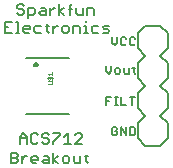
<source format=gbr>
G04 EAGLE Gerber RS-274X export*
G75*
%MOMM*%
%FSLAX34Y34*%
%LPD*%
%INSilkscreen Top*%
%IPPOS*%
%AMOC8*
5,1,8,0,0,1.08239X$1,22.5*%
G01*
%ADD10C,0.127000*%
%ADD11C,0.152400*%
%ADD12C,0.203200*%
%ADD13C,0.025400*%


D10*
X168683Y117481D02*
X168683Y112905D01*
X170970Y110617D01*
X173258Y112905D01*
X173258Y117481D01*
X179599Y117481D02*
X180743Y116337D01*
X179599Y117481D02*
X177311Y117481D01*
X176167Y116337D01*
X176167Y111761D01*
X177311Y110617D01*
X179599Y110617D01*
X180743Y111761D01*
X187083Y117481D02*
X188227Y116337D01*
X187083Y117481D02*
X184795Y117481D01*
X183651Y116337D01*
X183651Y111761D01*
X184795Y110617D01*
X187083Y110617D01*
X188227Y111761D01*
X163693Y93351D02*
X163693Y88775D01*
X165981Y86487D01*
X168269Y88775D01*
X168269Y93351D01*
X172321Y86487D02*
X174609Y86487D01*
X175753Y87631D01*
X175753Y89919D01*
X174609Y91063D01*
X172321Y91063D01*
X171177Y89919D01*
X171177Y87631D01*
X172321Y86487D01*
X178661Y87631D02*
X178661Y91063D01*
X178661Y87631D02*
X179805Y86487D01*
X183237Y86487D01*
X183237Y91063D01*
X187290Y92207D02*
X187290Y87631D01*
X188434Y86487D01*
X188434Y91063D02*
X186146Y91063D01*
X163693Y66681D02*
X163693Y59817D01*
X163693Y66681D02*
X168269Y66681D01*
X165981Y63249D02*
X163693Y63249D01*
X171177Y59817D02*
X173465Y59817D01*
X172321Y59817D02*
X172321Y66681D01*
X171177Y66681D02*
X173465Y66681D01*
X176167Y66681D02*
X176167Y59817D01*
X180743Y59817D01*
X185939Y59817D02*
X185939Y66681D01*
X183651Y66681D02*
X188227Y66681D01*
X172114Y41281D02*
X173258Y40137D01*
X172114Y41281D02*
X169827Y41281D01*
X168683Y40137D01*
X168683Y35561D01*
X169827Y34417D01*
X172114Y34417D01*
X173258Y35561D01*
X173258Y37849D01*
X170970Y37849D01*
X176167Y34417D02*
X176167Y41281D01*
X180743Y34417D01*
X180743Y41281D01*
X183651Y41281D02*
X183651Y34417D01*
X187083Y34417D01*
X188227Y35561D01*
X188227Y40137D01*
X187083Y41281D01*
X183651Y41281D01*
D11*
X90932Y33194D02*
X90932Y27432D01*
X90932Y33194D02*
X93813Y36075D01*
X96694Y33194D01*
X96694Y27432D01*
X96694Y31754D02*
X90932Y31754D01*
X104609Y36075D02*
X106049Y34635D01*
X104609Y36075D02*
X101728Y36075D01*
X100287Y34635D01*
X100287Y28873D01*
X101728Y27432D01*
X104609Y27432D01*
X106049Y28873D01*
X113964Y36075D02*
X115405Y34635D01*
X113964Y36075D02*
X111083Y36075D01*
X109642Y34635D01*
X109642Y33194D01*
X111083Y31754D01*
X113964Y31754D01*
X115405Y30313D01*
X115405Y28873D01*
X113964Y27432D01*
X111083Y27432D01*
X109642Y28873D01*
X118998Y36075D02*
X124760Y36075D01*
X124760Y34635D01*
X118998Y28873D01*
X118998Y27432D01*
X128353Y33194D02*
X131234Y36075D01*
X131234Y27432D01*
X128353Y27432D02*
X134115Y27432D01*
X137708Y27432D02*
X143470Y27432D01*
X137708Y27432D02*
X143470Y33194D01*
X143470Y34635D01*
X142030Y36075D01*
X139149Y36075D01*
X137708Y34635D01*
X94154Y143855D02*
X92714Y145295D01*
X89833Y145295D01*
X88392Y143855D01*
X88392Y142414D01*
X89833Y140974D01*
X92714Y140974D01*
X94154Y139533D01*
X94154Y138093D01*
X92714Y136652D01*
X89833Y136652D01*
X88392Y138093D01*
X97747Y142414D02*
X97747Y133771D01*
X97747Y142414D02*
X102069Y142414D01*
X103509Y140974D01*
X103509Y138093D01*
X102069Y136652D01*
X97747Y136652D01*
X108543Y142414D02*
X111424Y142414D01*
X112865Y140974D01*
X112865Y136652D01*
X108543Y136652D01*
X107102Y138093D01*
X108543Y139533D01*
X112865Y139533D01*
X116458Y136652D02*
X116458Y142414D01*
X116458Y139533D02*
X119339Y142414D01*
X120779Y142414D01*
X124254Y145295D02*
X124254Y136652D01*
X124254Y139533D02*
X128575Y136652D01*
X124254Y139533D02*
X128575Y142414D01*
X133490Y143855D02*
X133490Y136652D01*
X133490Y143855D02*
X134931Y145295D01*
X134931Y140974D02*
X132050Y140974D01*
X138286Y142414D02*
X138286Y138093D01*
X139727Y136652D01*
X144049Y136652D01*
X144049Y142414D01*
X147641Y142414D02*
X147641Y136652D01*
X147641Y142414D02*
X151963Y142414D01*
X153404Y140974D01*
X153404Y136652D01*
X83994Y130055D02*
X78232Y130055D01*
X78232Y121412D01*
X83994Y121412D01*
X81113Y125734D02*
X78232Y125734D01*
X87587Y130055D02*
X89028Y130055D01*
X89028Y121412D01*
X90468Y121412D02*
X87587Y121412D01*
X95265Y121412D02*
X98146Y121412D01*
X95265Y121412D02*
X93824Y122853D01*
X93824Y125734D01*
X95265Y127174D01*
X98146Y127174D01*
X99586Y125734D01*
X99586Y124293D01*
X93824Y124293D01*
X104620Y127174D02*
X108941Y127174D01*
X104620Y127174D02*
X103179Y125734D01*
X103179Y122853D01*
X104620Y121412D01*
X108941Y121412D01*
X113975Y122853D02*
X113975Y128615D01*
X113975Y122853D02*
X115415Y121412D01*
X115415Y127174D02*
X112534Y127174D01*
X118771Y127174D02*
X118771Y121412D01*
X118771Y124293D02*
X121652Y127174D01*
X123093Y127174D01*
X128008Y121412D02*
X130889Y121412D01*
X132329Y122853D01*
X132329Y125734D01*
X130889Y127174D01*
X128008Y127174D01*
X126567Y125734D01*
X126567Y122853D01*
X128008Y121412D01*
X135922Y121412D02*
X135922Y127174D01*
X140244Y127174D01*
X141685Y125734D01*
X141685Y121412D01*
X145277Y127174D02*
X146718Y127174D01*
X146718Y121412D01*
X145277Y121412D02*
X148159Y121412D01*
X146718Y130055D02*
X146718Y131496D01*
X152955Y127174D02*
X157277Y127174D01*
X152955Y127174D02*
X151514Y125734D01*
X151514Y122853D01*
X152955Y121412D01*
X157277Y121412D01*
X160869Y121412D02*
X165191Y121412D01*
X166632Y122853D01*
X165191Y124293D01*
X162310Y124293D01*
X160869Y125734D01*
X162310Y127174D01*
X166632Y127174D01*
X83312Y19565D02*
X83312Y10922D01*
X83312Y19565D02*
X87634Y19565D01*
X89074Y18125D01*
X89074Y16684D01*
X87634Y15244D01*
X89074Y13803D01*
X89074Y12363D01*
X87634Y10922D01*
X83312Y10922D01*
X83312Y15244D02*
X87634Y15244D01*
X92667Y16684D02*
X92667Y10922D01*
X92667Y13803D02*
X95548Y16684D01*
X96989Y16684D01*
X101904Y10922D02*
X104785Y10922D01*
X101904Y10922D02*
X100463Y12363D01*
X100463Y15244D01*
X101904Y16684D01*
X104785Y16684D01*
X106225Y15244D01*
X106225Y13803D01*
X100463Y13803D01*
X111259Y16684D02*
X114140Y16684D01*
X115581Y15244D01*
X115581Y10922D01*
X111259Y10922D01*
X109818Y12363D01*
X111259Y13803D01*
X115581Y13803D01*
X119174Y10922D02*
X119174Y19565D01*
X119174Y13803D02*
X123495Y10922D01*
X119174Y13803D02*
X123495Y16684D01*
X128410Y10922D02*
X131291Y10922D01*
X132732Y12363D01*
X132732Y15244D01*
X131291Y16684D01*
X128410Y16684D01*
X126970Y15244D01*
X126970Y12363D01*
X128410Y10922D01*
X136325Y12363D02*
X136325Y16684D01*
X136325Y12363D02*
X137765Y10922D01*
X142087Y10922D01*
X142087Y16684D01*
X147120Y18125D02*
X147120Y12363D01*
X148561Y10922D01*
X148561Y16684D02*
X145680Y16684D01*
X132330Y52580D02*
X96270Y52580D01*
X96270Y99820D02*
X132330Y99820D01*
D12*
X102958Y94234D02*
X102960Y94309D01*
X102966Y94384D01*
X102976Y94459D01*
X102989Y94533D01*
X103007Y94606D01*
X103028Y94678D01*
X103053Y94749D01*
X103082Y94818D01*
X103115Y94886D01*
X103150Y94952D01*
X103190Y95016D01*
X103232Y95078D01*
X103278Y95138D01*
X103327Y95195D01*
X103379Y95249D01*
X103433Y95301D01*
X103490Y95350D01*
X103550Y95396D01*
X103612Y95438D01*
X103676Y95478D01*
X103742Y95513D01*
X103810Y95546D01*
X103879Y95575D01*
X103950Y95600D01*
X104022Y95621D01*
X104095Y95639D01*
X104169Y95652D01*
X104244Y95662D01*
X104319Y95668D01*
X104394Y95670D01*
X104469Y95668D01*
X104544Y95662D01*
X104619Y95652D01*
X104693Y95639D01*
X104766Y95621D01*
X104838Y95600D01*
X104909Y95575D01*
X104978Y95546D01*
X105046Y95513D01*
X105112Y95478D01*
X105176Y95438D01*
X105238Y95396D01*
X105298Y95350D01*
X105355Y95301D01*
X105409Y95249D01*
X105461Y95195D01*
X105510Y95138D01*
X105556Y95078D01*
X105598Y95016D01*
X105638Y94952D01*
X105673Y94886D01*
X105706Y94818D01*
X105735Y94749D01*
X105760Y94678D01*
X105781Y94606D01*
X105799Y94533D01*
X105812Y94459D01*
X105822Y94384D01*
X105828Y94309D01*
X105830Y94234D01*
X105828Y94159D01*
X105822Y94084D01*
X105812Y94009D01*
X105799Y93935D01*
X105781Y93862D01*
X105760Y93790D01*
X105735Y93719D01*
X105706Y93650D01*
X105673Y93582D01*
X105638Y93516D01*
X105598Y93452D01*
X105556Y93390D01*
X105510Y93330D01*
X105461Y93273D01*
X105409Y93219D01*
X105355Y93167D01*
X105298Y93118D01*
X105238Y93072D01*
X105176Y93030D01*
X105112Y92990D01*
X105046Y92955D01*
X104978Y92922D01*
X104909Y92893D01*
X104838Y92868D01*
X104766Y92847D01*
X104693Y92829D01*
X104619Y92816D01*
X104544Y92806D01*
X104469Y92800D01*
X104394Y92798D01*
X104319Y92800D01*
X104244Y92806D01*
X104169Y92816D01*
X104095Y92829D01*
X104022Y92847D01*
X103950Y92868D01*
X103879Y92893D01*
X103810Y92922D01*
X103742Y92955D01*
X103676Y92990D01*
X103612Y93030D01*
X103550Y93072D01*
X103490Y93118D01*
X103433Y93167D01*
X103379Y93219D01*
X103327Y93273D01*
X103278Y93330D01*
X103232Y93390D01*
X103190Y93452D01*
X103150Y93516D01*
X103115Y93582D01*
X103082Y93650D01*
X103053Y93719D01*
X103028Y93790D01*
X103007Y93862D01*
X102989Y93935D01*
X102976Y94009D01*
X102966Y94084D01*
X102960Y94159D01*
X102958Y94234D01*
D13*
X114424Y77801D02*
X117601Y77801D01*
X118237Y78436D01*
X118237Y79707D01*
X117601Y80343D01*
X114424Y80343D01*
X117601Y81543D02*
X118237Y82178D01*
X118237Y83449D01*
X117601Y84085D01*
X116966Y84085D01*
X116330Y83449D01*
X116330Y82178D01*
X115695Y81543D01*
X115059Y81543D01*
X114424Y82178D01*
X114424Y83449D01*
X115059Y84085D01*
X113788Y82814D02*
X118873Y82814D01*
X115695Y85285D02*
X114424Y86556D01*
X118237Y86556D01*
X118237Y85285D02*
X118237Y87827D01*
D12*
X215900Y44450D02*
X215900Y31750D01*
X209550Y25400D01*
X196850Y25400D02*
X190500Y31750D01*
X215900Y69850D02*
X209550Y76200D01*
X215900Y69850D02*
X215900Y57150D01*
X209550Y50800D01*
X196850Y50800D02*
X190500Y57150D01*
X190500Y69850D01*
X196850Y76200D01*
X209550Y50800D02*
X215900Y44450D01*
X196850Y50800D02*
X190500Y44450D01*
X190500Y31750D01*
X215900Y107950D02*
X215900Y120650D01*
X215900Y107950D02*
X209550Y101600D01*
X196850Y101600D02*
X190500Y107950D01*
X209550Y101600D02*
X215900Y95250D01*
X215900Y82550D01*
X209550Y76200D01*
X196850Y76200D02*
X190500Y82550D01*
X190500Y95250D01*
X196850Y101600D01*
X196850Y127000D02*
X209550Y127000D01*
X215900Y120650D01*
X196850Y127000D02*
X190500Y120650D01*
X190500Y107950D01*
X196850Y25400D02*
X209550Y25400D01*
M02*

</source>
